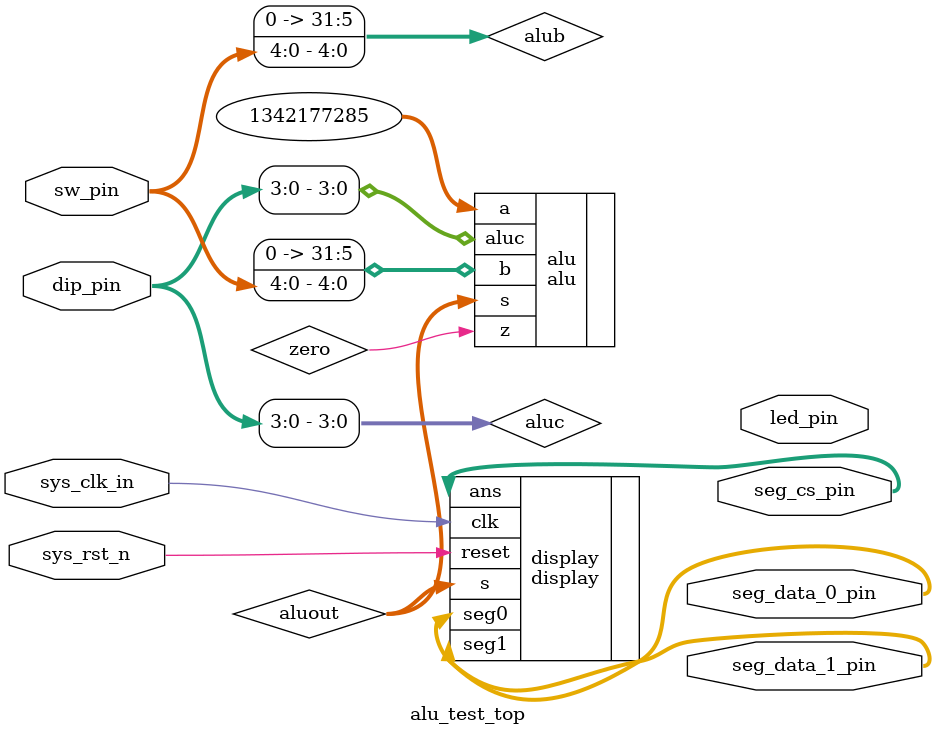
<source format=v>
`timescale 1ns / 1ps


module alu_test_top(
    input sys_rst_n, //globle reset,active low, 
    input sys_clk_in, //board system clock,100MHz
    input [4:0] sw_pin,//sw_pin4 to sw_pin0
    input [4:0] dip_pin,//dip_pin4 to dip_pin0
    output [7:0] seg_data_0_pin, //output DP1,G1,F1,E1,D1,C1,B1,A1, left
    output [7:0] seg_data_1_pin, //output DP0,G0,F0,E0,D0,C0,B0,A0,  right
    output [7:0] seg_cs_pin, //DN1_K4,DN1_K3,DN1_K2,DN1_K0,DN0_K4,DN0_K3,DN0_K2,DN0_K1 left to right
    output [0:15] led_pin
     );

wire clock_1s,zero;
wire [31:0] aluout;

wire[31:0] alub = {27'b0,sw_pin[4:0]};
wire [3:0] aluc = dip_pin[3:0]; 



//例化alu
alu alu(
  .a(32'h50000005),
  .b(alub),
  .aluc(aluc),
  .s(aluout),
  .z(zero)
);




//例化display
display display(
  .clk(sys_clk_in),
  .reset(sys_rst_n),
  .s(aluout),
  .seg0(seg_data_0_pin),
  .seg1(seg_data_1_pin),
  .ans(seg_cs_pin)
    );


endmodule

</source>
